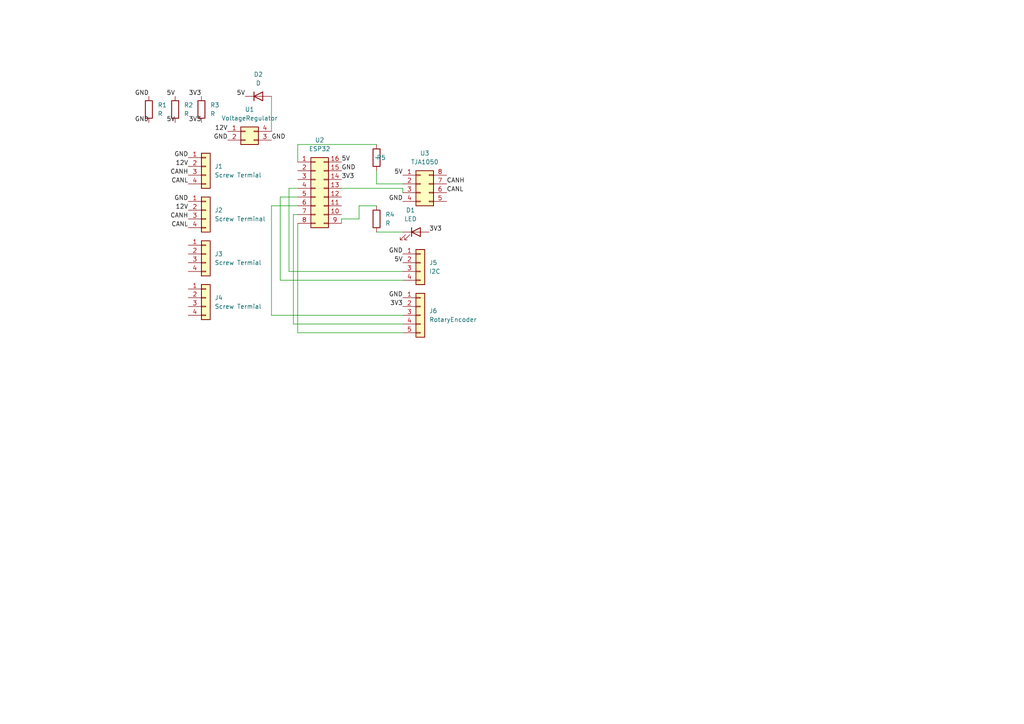
<source format=kicad_sch>
(kicad_sch (version 20250114) (generator "eeschema") (generator_version "9.0")
  (paper "A4")
  (lib_symbols
    (symbol "Connector_Generic:Conn_01x04" (pin_names (offset 1.016) (hide yes))
      (property "Reference" "J" (at 0 5.08 0))
      (property "Value" "Conn_01x04" (at 0 -7.62 0))
      (symbol "Conn_01x04_1_1"
        (rectangle (start -1.27 3.81) (end 1.27 -6.35) (stroke (width 0.254)) (fill (type background)))
        (rectangle (start -1.27 2.667) (end 0 2.413) (stroke (width 0.1524)))
        (rectangle (start -1.27 0.127) (end 0 -0.127) (stroke (width 0.1524)))
        (rectangle (start -1.27 -2.413) (end 0 -2.667) (stroke (width 0.1524)))
        (rectangle (start -1.27 -4.953) (end 0 -5.207) (stroke (width 0.1524)))
        (pin passive line (at -5.08 2.54 0) (length 3.81) (name "Pin_1") (number "1"))
        (pin passive line (at -5.08 0 0) (length 3.81) (name "Pin_2") (number "2"))
        (pin passive line (at -5.08 -2.54 0) (length 3.81) (name "Pin_3") (number "3"))
        (pin passive line (at -5.08 -5.08 0) (length 3.81) (name "Pin_4") (number "4"))
      )
    )
    (symbol "Connector_Generic:Conn_01x05" (pin_names (offset 1.016) (hide yes))
      (property "Reference" "J" (at 0 7.62 0))
      (property "Value" "Conn_01x05" (at 0 -7.62 0))
      (symbol "Conn_01x05_1_1"
        (rectangle (start -1.27 6.35) (end 1.27 -6.35) (stroke (width 0.254)) (fill (type background)))
        (rectangle (start -1.27 5.207) (end 0 4.953) (stroke (width 0.1524)))
        (rectangle (start -1.27 2.667) (end 0 2.413) (stroke (width 0.1524)))
        (rectangle (start -1.27 0.127) (end 0 -0.127) (stroke (width 0.1524)))
        (rectangle (start -1.27 -2.413) (end 0 -2.667) (stroke (width 0.1524)))
        (rectangle (start -1.27 -4.953) (end 0 -5.207) (stroke (width 0.1524)))
        (pin passive line (at -5.08 5.08 0) (length 3.81) (name "Pin_1") (number "1"))
        (pin passive line (at -5.08 2.54 0) (length 3.81) (name "Pin_2") (number "2"))
        (pin passive line (at -5.08 0 0) (length 3.81) (name "Pin_3") (number "3"))
        (pin passive line (at -5.08 -2.54 0) (length 3.81) (name "Pin_4") (number "4"))
        (pin passive line (at -5.08 -5.08 0) (length 3.81) (name "Pin_5") (number "5"))
      )
    )
    (symbol "Connector_Generic:Conn_02x02_Counter_Clockwise" (pin_names (offset 1.016) (hide yes))
      (property "Reference" "J" (at 1.27 2.54 0))
      (property "Value" "Conn_02x02_Counter_Clockwise" (at 1.27 -5.08 0))
      (symbol "Conn_02x02_Counter_Clockwise_1_1"
        (rectangle (start -1.27 1.27) (end 3.81 -3.81) (stroke (width 0.254)) (fill (type background)))
        (rectangle (start -1.27 0.127) (end 0 -0.127) (stroke (width 0.1524)))
        (rectangle (start -1.27 -2.413) (end 0 -2.667) (stroke (width 0.1524)))
        (rectangle (start 3.81 0.127) (end 2.54 -0.127) (stroke (width 0.1524)))
        (rectangle (start 3.81 -2.413) (end 2.54 -2.667) (stroke (width 0.1524)))
        (pin passive line (at -5.08 0 0) (length 3.81) (name "Pin_1") (number "1"))
        (pin passive line (at -5.08 -2.54 0) (length 3.81) (name "Pin_2") (number "2"))
        (pin passive line (at 7.62 0 180) (length 3.81) (name "Pin_4") (number "4"))
        (pin passive line (at 7.62 -2.54 180) (length 3.81) (name "Pin_3") (number "3"))
      )
    )
    (symbol "Connector_Generic:Conn_02x04_Counter_Clockwise" (pin_names (offset 1.016) (hide yes))
      (property "Reference" "J" (at 1.27 5.08 0))
      (property "Value" "Conn_02x04_Counter_Clockwise" (at 1.27 -7.62 0))
      (symbol "Conn_02x04_Counter_Clockwise_1_1"
        (rectangle (start -1.27 3.81) (end 3.81 -6.35) (stroke (width 0.254)) (fill (type background)))
        (rectangle (start -1.27 2.667) (end 0 2.413) (stroke (width 0.1524)))
        (rectangle (start -1.27 0.127) (end 0 -0.127) (stroke (width 0.1524)))
        (rectangle (start -1.27 -2.413) (end 0 -2.667) (stroke (width 0.1524)))
        (rectangle (start -1.27 -4.953) (end 0 -5.207) (stroke (width 0.1524)))
        (rectangle (start 3.81 2.667) (end 2.54 2.413) (stroke (width 0.1524)))
        (rectangle (start 3.81 0.127) (end 2.54 -0.127) (stroke (width 0.1524)))
        (rectangle (start 3.81 -2.413) (end 2.54 -2.667) (stroke (width 0.1524)))
        (rectangle (start 3.81 -4.953) (end 2.54 -5.207) (stroke (width 0.1524)))
        (pin passive line (at -5.08 2.54 0) (length 3.81) (name "Pin_1") (number "1"))
        (pin passive line (at -5.08 0 0) (length 3.81) (name "Pin_2") (number "2"))
        (pin passive line (at -5.08 -2.54 0) (length 3.81) (name "Pin_3") (number "3"))
        (pin passive line (at -5.08 -5.08 0) (length 3.81) (name "Pin_4") (number "4"))
        (pin passive line (at 7.62 2.54 180) (length 3.81) (name "Pin_8") (number "8"))
        (pin passive line (at 7.62 0 180) (length 3.81) (name "Pin_7") (number "7"))
        (pin passive line (at 7.62 -2.54 180) (length 3.81) (name "Pin_6") (number "6"))
        (pin passive line (at 7.62 -5.08 180) (length 3.81) (name "Pin_5") (number "5"))
      )
    )
    (symbol "Connector_Generic:Conn_02x08_Counter_Clockwise" (pin_names (offset 1.016) (hide yes))
      (property "Reference" "J" (at 1.27 10.16 0))
      (property "Value" "Conn_02x08_Counter_Clockwise" (at 1.27 -12.7 0))
      (symbol "Conn_02x08_Counter_Clockwise_1_1"
        (rectangle (start -1.27 8.89) (end 3.81 -11.43) (stroke (width 0.254)) (fill (type background)))
        (rectangle (start -1.27 7.747) (end 0 7.493) (stroke (width 0.1524)))
        (rectangle (start -1.27 5.207) (end 0 4.953) (stroke (width 0.1524)))
        (rectangle (start -1.27 2.667) (end 0 2.413) (stroke (width 0.1524)))
        (rectangle (start -1.27 0.127) (end 0 -0.127) (stroke (width 0.1524)))
        (rectangle (start -1.27 -2.413) (end 0 -2.667) (stroke (width 0.1524)))
        (rectangle (start -1.27 -4.953) (end 0 -5.207) (stroke (width 0.1524)))
        (rectangle (start -1.27 -7.493) (end 0 -7.747) (stroke (width 0.1524)))
        (rectangle (start -1.27 -10.033) (end 0 -10.287) (stroke (width 0.1524)))
        (rectangle (start 3.81 7.747) (end 2.54 7.493) (stroke (width 0.1524)))
        (rectangle (start 3.81 5.207) (end 2.54 4.953) (stroke (width 0.1524)))
        (rectangle (start 3.81 2.667) (end 2.54 2.413) (stroke (width 0.1524)))
        (rectangle (start 3.81 0.127) (end 2.54 -0.127) (stroke (width 0.1524)))
        (rectangle (start 3.81 -2.413) (end 2.54 -2.667) (stroke (width 0.1524)))
        (rectangle (start 3.81 -4.953) (end 2.54 -5.207) (stroke (width 0.1524)))
        (rectangle (start 3.81 -7.493) (end 2.54 -7.747) (stroke (width 0.1524)))
        (rectangle (start 3.81 -10.033) (end 2.54 -10.287) (stroke (width 0.1524)))
        (pin passive line (at -5.08 7.62 0) (length 3.81) (name "Pin_1") (number "1"))
        (pin passive line (at -5.08 5.08 0) (length 3.81) (name "Pin_2") (number "2"))
        (pin passive line (at -5.08 2.54 0) (length 3.81) (name "Pin_3") (number "3"))
        (pin passive line (at -5.08 0 0) (length 3.81) (name "Pin_4") (number "4"))
        (pin passive line (at -5.08 -2.54 0) (length 3.81) (name "Pin_5") (number "5"))
        (pin passive line (at -5.08 -5.08 0) (length 3.81) (name "Pin_6") (number "6"))
        (pin passive line (at -5.08 -7.62 0) (length 3.81) (name "Pin_7") (number "7"))
        (pin passive line (at -5.08 -10.16 0) (length 3.81) (name "Pin_8") (number "8"))
        (pin passive line (at 7.62 7.62 180) (length 3.81) (name "Pin_16") (number "16"))
        (pin passive line (at 7.62 5.08 180) (length 3.81) (name "Pin_15") (number "15"))
        (pin passive line (at 7.62 2.54 180) (length 3.81) (name "Pin_14") (number "14"))
        (pin passive line (at 7.62 0 180) (length 3.81) (name "Pin_13") (number "13"))
        (pin passive line (at 7.62 -2.54 180) (length 3.81) (name "Pin_12") (number "12"))
        (pin passive line (at 7.62 -5.08 180) (length 3.81) (name "Pin_11") (number "11"))
        (pin passive line (at 7.62 -7.62 180) (length 3.81) (name "Pin_10") (number "10"))
        (pin passive line (at 7.62 -10.16 180) (length 3.81) (name "Pin_9") (number "9"))
      )
    )
    (symbol "Device:D" (pin_numbers (hide yes)) (pin_names (offset 1.016) (hide yes))
      (property "Reference" "D" (at 0 2.54 0))
      (property "Value" "D" (at 0 -2.54 0))
      (symbol "D_0_1"
        (polyline (pts (xy -1.27 1.27) (xy -1.27 -1.27)) (stroke (width 0.254)))
        (polyline (pts (xy 1.27 1.27) (xy 1.27 -1.27) (xy -1.27 0) (xy 1.27 1.27)) (stroke (width 0.254)))
        (polyline (pts (xy 1.27 0) (xy -1.27 0)))
      )
      (symbol "D_1_1"
        (pin passive line (at -3.81 0 0) (length 2.54) (name "K") (number "1"))
        (pin passive line (at 3.81 0 180) (length 2.54) (name "A") (number "2"))
      )
    )
    (symbol "Device:LED" (pin_numbers (hide yes)) (pin_names (offset 1.016) (hide yes))
      (property "Reference" "D" (at 0 2.54 0))
      (property "Value" "LED" (at 0 -2.54 0))
      (symbol "LED_0_1"
        (polyline (pts (xy -3.048 -0.762) (xy -4.572 -2.286) (xy -3.81 -2.286) (xy -4.572 -2.286) (xy -4.572 -1.524)))
        (polyline (pts (xy -1.778 -0.762) (xy -3.302 -2.286) (xy -2.54 -2.286) (xy -3.302 -2.286) (xy -3.302 -1.524)))
        (polyline (pts (xy -1.27 0) (xy 1.27 0)))
        (polyline (pts (xy -1.27 -1.27) (xy -1.27 1.27)) (stroke (width 0.254)))
        (polyline (pts (xy 1.27 -1.27) (xy 1.27 1.27) (xy -1.27 0) (xy 1.27 -1.27)) (stroke (width 0.254)))
      )
      (symbol "LED_1_1"
        (pin passive line (at -3.81 0 0) (length 2.54) (name "K") (number "1"))
        (pin passive line (at 3.81 0 180) (length 2.54) (name "A") (number "2"))
      )
    )
    (symbol "Device:R" (pin_numbers (hide yes)) (pin_names (offset 0))
      (property "Reference" "R" (at 2.032 0 90))
      (property "Value" "R" (at 0 0 90))
      (symbol "R_0_1"
        (rectangle (start -1.016 -2.54) (end 1.016 2.54) (stroke (width 0.254)))
      )
      (symbol "R_1_1"
        (pin passive line (at 0 3.81 270) (length 1.27) (name "~") (number "1"))
        (pin passive line (at 0 -3.81 90) (length 1.27) (name "~") (number "2"))
      )
    )
  )
  (wire (pts (xy 86.36 96.52) (xy 86.36 64.77)))
  (wire (pts (xy 104.14 59.69) (xy 109.22 59.69)))
  (wire (pts (xy 116.84 78.74) (xy 83.82 78.74)))
  (wire (pts (xy 86.36 62.23) (xy 85.09 62.23)))
  (wire (pts (xy 85.09 62.23) (xy 85.09 93.98)))
  (wire (pts (xy 104.14 63.5) (xy 104.14 59.69)))
  (wire (pts (xy 78.74 27.94) (xy 78.74 38.1)))
  (wire (pts (xy 109.22 53.34) (xy 109.22 49.53)))
  (wire (pts (xy 86.36 57.15) (xy 81.28 57.15)))
  (wire (pts (xy 116.84 55.88) (xy 116.84 54.61)))
  (wire (pts (xy 109.22 67.31) (xy 116.84 67.31)))
  (wire (pts (xy 86.36 46.99) (xy 86.36 41.91)))
  (wire (pts (xy 86.36 41.91) (xy 109.22 41.91)))
  (wire (pts (xy 78.74 91.44) (xy 116.84 91.44)))
  (wire (pts (xy 78.74 59.69) (xy 78.74 91.44)))
  (wire (pts (xy 86.36 59.69) (xy 78.74 59.69)))
  (wire (pts (xy 116.84 53.34) (xy 109.22 53.34)))
  (wire (pts (xy 99.06 63.5) (xy 99.06 64.77)))
  (wire (pts (xy 116.84 96.52) (xy 86.36 96.52)))
  (wire (pts (xy 83.82 78.74) (xy 83.82 54.61)))
  (wire (pts (xy 85.09 93.98) (xy 116.84 93.98)))
  (wire (pts (xy 81.28 81.28) (xy 116.84 81.28)))
  (wire (pts (xy 116.84 54.61) (xy 99.06 54.61)))
  (wire (pts (xy 99.06 63.5) (xy 104.14 63.5)))
  (wire (pts (xy 81.28 57.15) (xy 81.28 81.28)))
  (wire (pts (xy 83.82 54.61) (xy 86.36 54.61)))
  (label "CANL" (at 129.54 55.88 0))
  (label "3V3" (at 116.84 88.9 180))
  (label "5V" (at 50.8 35.56 180))
  (label "GND" (at 116.84 73.66 180))
  (label "3V3" (at 99.06 52.07 0))
  (label "CANH" (at 54.61 50.8 180))
  (label "GND" (at 54.61 45.72 180))
  (label "GND" (at 43.18 35.56 180))
  (label "CANL" (at 54.61 66.04 180))
  (label "3V3" (at 58.42 35.56 180))
  (label "12V" (at 54.61 60.96 180))
  (label "5V" (at 71.12 27.94 180))
  (label "GND" (at 99.06 49.53 0))
  (label "5V" (at 99.06 46.99 0))
  (label "3V3" (at 58.42 27.94 180))
  (label "12V" (at 66.04 38.1 180))
  (label "CANH" (at 129.54 53.34 0))
  (label "5V" (at 116.84 76.2 180))
  (label "5V" (at 116.84 50.8 180))
  (label "GND" (at 66.04 40.64 180))
  (label "5V" (at 50.8 27.94 180))
  (label "GND" (at 54.61 58.42 180))
  (label "GND" (at 78.74 40.64 0))
  (label "3V3" (at 124.46 67.31 0))
  (label "GND" (at 116.84 86.36 180))
  (label "GND" (at 43.18 27.94 180))
  (label "12V" (at 54.61 48.26 180))
  (label "GND" (at 116.84 58.42 180))
  (label "CANH" (at 54.61 63.5 180))
  (label "CANL" (at 54.61 53.34 180))
  (symbol (lib_id "Device:R") (at 43.18 31.75 0) (unit 1)
    (property "Reference" "R1" (at 45.72 30.4799 0) (effects (justify left)))
    (property "Value" "R" (at 45.72 33.0199 0) (effects (justify left)))
    (property "Footprint" "Resistor_THT:R_Axial_DIN0207_L6.3mm_D2.5mm_P10.16mm_Horizontal" (effects (hide yes)))
    (property "Description" "Resistor" (effects (hide yes)))
  )
  (symbol (lib_id "Device:D") (at 74.93 27.94 0) (unit 1)
    (property "Reference" "D2" (at 74.93 21.59 0))
    (property "Value" "D" (at 74.93 24.13 0))
    (property "Footprint" "Resistor_THT:R_Axial_DIN0207_L6.3mm_D2.5mm_P10.16mm_Horizontal" (effects (hide yes)))
    (property "Description" "Diode" (effects (hide yes)))
    (property "Sim.Device" "D" (effects (hide yes)))
    (property "Sim.Pins" "1=K 2=A" (effects (hide yes)))
  )
  (symbol (lib_id "Connector_Generic:Conn_01x04") (at 121.92 76.2 0) (unit 1)
    (property "Reference" "J5" (at 124.46 76.1999 0) (effects (justify left)))
    (property "Value" "I2C" (at 124.46 78.7399 0) (effects (justify left)))
    (property "Footprint" "Peabrain:I2C_Connector" (effects (hide yes)))
    (property "Description" "Generic connector, single row, 01x04, script generated (kicad-library-utils/schlib/autogen/connector/)" (effects (hide yes)))
  )
  (symbol (lib_id "Connector_Generic:Conn_02x02_Counter_Clockwise") (at 71.12 38.1 0) (unit 1)
    (property "Reference" "U1" (at 72.39 31.75 0))
    (property "Value" "VoltageRegulator" (at 72.39 34.29 0))
    (property "Footprint" "Peabrain:VoltageRegulator" (effects (hide yes)))
    (property "Description" "Generic connector, double row, 02x02, counter clockwise pin numbering scheme (similar to DIP package numbering), script generated (kicad-library-utils/schlib/autogen/connector/)" (effects (hide yes)))
  )
  (symbol (lib_id "Device:R") (at 50.8 31.75 0) (unit 1)
    (property "Reference" "R2" (at 53.34 30.4799 0) (effects (justify left)))
    (property "Value" "R" (at 53.34 33.0199 0) (effects (justify left)))
    (property "Footprint" "Resistor_THT:R_Axial_DIN0207_L6.3mm_D2.5mm_P10.16mm_Horizontal" (effects (hide yes)))
    (property "Description" "Resistor" (effects (hide yes)))
  )
  (symbol (lib_id "Connector_Generic:Conn_02x08_Counter_Clockwise") (at 91.44 54.61 0) (unit 1)
    (property "Reference" "U2" (at 92.71 40.64 0))
    (property "Value" "ESP32" (at 92.71 43.18 0))
    (property "Footprint" "Peabrain:ESP32" (effects (hide yes)))
    (property "Description" "Generic connector, double row, 02x08, counter clockwise pin numbering scheme (similar to DIP package numbering), script generated (kicad-library-utils/schlib/autogen/connector/)" (effects (hide yes)))
  )
  (symbol (lib_id "Device:R") (at 109.22 63.5 0) (unit 1)
    (property "Reference" "R4" (at 111.76 62.2299 0) (effects (justify left)))
    (property "Value" "R" (at 111.76 64.7699 0) (effects (justify left)))
    (property "Footprint" "Resistor_THT:R_Axial_DIN0207_L6.3mm_D2.5mm_P10.16mm_Horizontal" (effects (hide yes)))
    (property "Description" "Resistor" (effects (hide yes)))
  )
  (symbol (lib_id "Connector_Generic:Conn_01x04") (at 59.69 48.26 0) (unit 1)
    (property "Reference" "J1" (at 62.23 48.2599 0) (effects (justify left)))
    (property "Value" "Screw Termial" (at 62.23 50.7999 0) (effects (justify left)))
    (property "Footprint" "Peabrain:ScrewTerminals_4P" (effects (hide yes)))
    (property "Description" "Generic connector, single row, 01x04, script generated (kicad-library-utils/schlib/autogen/connector/)" (effects (hide yes)))
  )
  (symbol (lib_id "Connector_Generic:Conn_01x04") (at 59.69 73.66 0) (unit 1)
    (property "Reference" "J3" (at 62.23 73.6599 0) (effects (justify left)))
    (property "Value" "Screw Termial" (at 62.23 76.1999 0) (effects (justify left)))
    (property "Footprint" "Peabrain:ScrewTerminals_4P" (effects (hide yes)))
    (property "Description" "Generic connector, single row, 01x04, script generated (kicad-library-utils/schlib/autogen/connector/)" (effects (hide yes)))
  )
  (symbol (lib_id "Connector_Generic:Conn_01x04") (at 59.69 60.96 0) (unit 1)
    (property "Reference" "J2" (at 62.23 60.9599 0) (effects (justify left)))
    (property "Value" "Screw Terminal" (at 62.23 63.4999 0) (effects (justify left)))
    (property "Footprint" "Peabrain:ScrewTerminals_4P" (effects (hide yes)))
    (property "Description" "Generic connector, single row, 01x04, script generated (kicad-library-utils/schlib/autogen/connector/)" (effects (hide yes)))
  )
  (symbol (lib_id "Connector_Generic:Conn_02x04_Counter_Clockwise") (at 121.92 53.34 0) (unit 1)
    (property "Reference" "U3" (at 123.19 44.45 0))
    (property "Value" "TJA1050" (at 123.19 46.99 0))
    (property "Footprint" "Peabrain:TJA1050" (effects (hide yes)))
    (property "Description" "Generic connector, double row, 02x04, counter clockwise pin numbering scheme (similar to DIP package numbering), script generated (kicad-library-utils/schlib/autogen/connector/)" (effects (hide yes)))
  )
  (symbol (lib_id "Device:R") (at 109.22 45.72 0) (unit 1)
    (property "Reference" "R5" (at 109.22 45.72 0) (effects (justify left)))
    (property "Value" "~" (at 109.22 45.72 0))
    (property "Footprint" "Resistor_THT:R_Axial_DIN0207_L6.3mm_D2.5mm_P10.16mm_Horizontal" (effects (hide yes)))
  )
  (symbol (lib_id "Device:LED") (at 120.65 67.31 0) (unit 1)
    (property "Reference" "D1" (at 119.0625 60.96 0))
    (property "Value" "LED" (at 119.0625 63.5 0))
    (property "Footprint" "Connector_PinHeader_2.54mm:PinHeader_1x02_P2.54mm_Vertical" (effects (hide yes)))
    (property "Description" "Light emitting diode" (effects (hide yes)))
    (property "Sim.Pins" "1=K 2=A" (effects (hide yes)))
  )
  (symbol (lib_id "Connector_Generic:Conn_01x04") (at 59.69 86.36 0) (unit 1)
    (property "Reference" "J4" (at 62.23 86.3599 0) (effects (justify left)))
    (property "Value" "Screw Termial" (at 62.23 88.8999 0) (effects (justify left)))
    (property "Footprint" "Peabrain:ScrewTerminals_4P" (effects (hide yes)))
    (property "Description" "Generic connector, single row, 01x04, script generated (kicad-library-utils/schlib/autogen/connector/)" (effects (hide yes)))
  )
  (symbol (lib_id "Device:R") (at 58.42 31.75 0) (unit 1)
    (property "Reference" "R3" (at 60.96 30.4799 0) (effects (justify left)))
    (property "Value" "R" (at 60.96 33.0199 0) (effects (justify left)))
    (property "Footprint" "Resistor_THT:R_Axial_DIN0207_L6.3mm_D2.5mm_P10.16mm_Horizontal" (effects (hide yes)))
    (property "Description" "Resistor" (effects (hide yes)))
  )
  (symbol (lib_id "Connector_Generic:Conn_01x05") (at 121.92 91.44 0) (unit 1)
    (property "Reference" "J6" (at 124.46 90.1699 0) (effects (justify left)))
    (property "Value" "RotaryEncoder" (at 124.46 92.7099 0) (effects (justify left)))
    (property "Footprint" "Peabrain:RotaryEncoderConnection" (effects (hide yes)))
    (property "Description" "Generic connector, single row, 01x05, script generated (kicad-library-utils/schlib/autogen/connector/)" (effects (hide yes)))
  )
)
</source>
